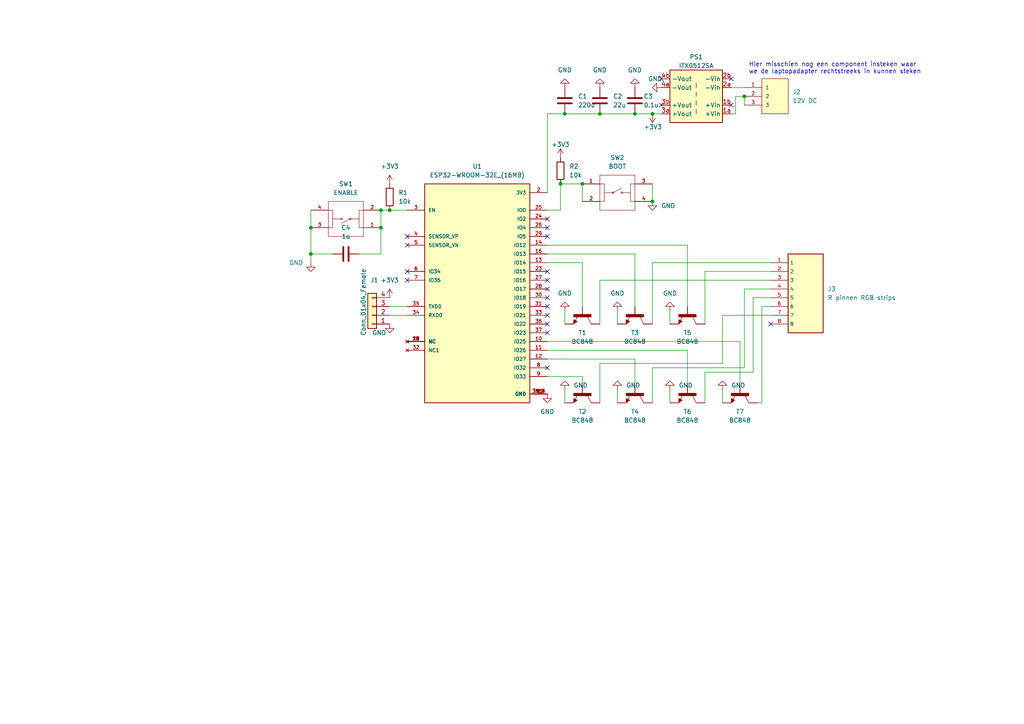
<source format=kicad_sch>
(kicad_sch (version 20211123) (generator eeschema)
  (paper "A4")
  (lib_symbols
    (symbol "1825910-6:1825910-6" (pin_names (offset 1.016) hide)
      (property "Reference" "SW" (at -5.08 5.842 0))
      (property "Value" "1825910-6" (at -5.08 -7.62 0))
      (symbol "1825910-6_0_0"
        (circle (center -1.27 0) (radius 0.254) (stroke (width 0.127)))
        (polyline (pts (xy -5.08 -5.08) (xy 5.08 -5.08)) (stroke (width 0.127)))
        (polyline (pts (xy -5.08 -2.54) (xy -5.08 -5.08)) (stroke (width 0.127)))
        (polyline (pts (xy -5.08 2.54) (xy -5.08 -2.54)) (stroke (width 0.127)))
        (polyline (pts (xy -5.08 2.54) (xy -3.81 2.54)) (stroke (width 0.127)))
        (polyline (pts (xy -5.08 5.08) (xy -5.08 2.54)) (stroke (width 0.127)))
        (polyline (pts (xy -5.08 5.08) (xy 5.08 5.08)) (stroke (width 0.127)))
        (polyline (pts (xy -3.81 -2.54) (xy -5.08 -2.54)) (stroke (width 0.127)))
        (polyline (pts (xy -3.81 0) (xy -3.81 -2.54)) (stroke (width 0.127)))
        (polyline (pts (xy -3.81 0) (xy -1.27 0)) (stroke (width 0.127)))
        (polyline (pts (xy -3.81 2.54) (xy -3.81 0)) (stroke (width 0.127)))
        (polyline (pts (xy -1.27 0) (xy 1.27 1.27)) (stroke (width 0.127)))
        (polyline (pts (xy 1.27 0) (xy 3.81 0)) (stroke (width 0.127)))
        (polyline (pts (xy 3.81 -2.54) (xy 5.08 -2.54)) (stroke (width 0.127)))
        (polyline (pts (xy 3.81 0) (xy 3.81 -2.54)) (stroke (width 0.127)))
        (polyline (pts (xy 3.81 0) (xy 3.81 2.54)) (stroke (width 0.127)))
        (polyline (pts (xy 3.81 2.54) (xy 5.08 2.54)) (stroke (width 0.127)))
        (polyline (pts (xy 5.08 -2.54) (xy 5.08 -5.08)) (stroke (width 0.127)))
        (polyline (pts (xy 5.08 2.54) (xy 5.08 -2.54)) (stroke (width 0.127)))
        (polyline (pts (xy 5.08 5.08) (xy 5.08 2.54)) (stroke (width 0.127)))
        (circle (center 1.27 0) (radius 0.254) (stroke (width 0.127)))
        (pin passive line (at -10.16 2.54 0) (length 5.08) (name "~") (number "1"))
        (pin passive line (at -10.16 -2.54 0) (length 5.08) (name "~") (number "2"))
        (pin passive line (at 10.16 2.54 180) (length 5.08) (name "~") (number "3"))
        (pin passive line (at 10.16 -2.54 180) (length 5.08) (name "~") (number "4"))
      )
    )
    (symbol "282841-3:282841-3" (pin_names (offset 1.016))
      (property "Reference" "J" (at -2.286 5.842 0))
      (property "Value" "282841-3" (at -2.54 -7.6454 0))
      (symbol "282841-3_0_0"
        (rectangle (start -2.54 -5.08) (end 5.08 5.08) (stroke (width 0.1524)) (fill (type background)))
        (pin passive line (at 10.16 2.54 180) (length 5.08) (name "1") (number "1"))
        (pin passive line (at 10.16 0 180) (length 5.08) (name "2") (number "2"))
        (pin passive line (at 10.16 -2.54 180) (length 5.08) (name "3") (number "3"))
      )
    )
    (symbol "282841-5:8_pin_connector"
      (property "Reference" "U" (at -5.08 12.7 0))
      (property "Value" "8_pin_connector" (at 0 -13.97 0))
      (symbol "8_pin_connector_0_0"
        (pin passive line (at -10.16 8.89 0) (length 5.08) (name "1") (number "1"))
        (pin passive line (at -10.16 6.35 0) (length 5.08) (name "2") (number "2"))
        (pin passive line (at -10.16 3.81 0) (length 5.08) (name "3") (number "3"))
        (pin passive line (at -10.16 1.27 0) (length 5.08) (name "4") (number "4"))
        (pin passive line (at -10.16 -1.27 0) (length 5.08) (name "5") (number "5"))
        (pin passive line (at -10.16 -3.81 0) (length 5.08) (name "6") (number "6"))
        (pin passive line (at -10.16 -6.35 0) (length 5.08) (name "7") (number "7"))
        (pin passive line (at -10.16 -8.89 0) (length 5.08) (name "8") (number "8"))
      )
      (symbol "8_pin_connector_0_1"
        (rectangle (start -5.08 11.43) (end 5.08 -11.43))
        (rectangle (start -5.08 11.43) (end 5.08 -11.43) (fill (type background)))
        (polyline (pts (xy -5.08 11.43) (xy -5.08 -11.43) (xy 5.08 -11.43) (xy 5.08 11.43) (xy -5.08 11.43)) (stroke (width 0.254)))
      )
    )
    (symbol "BC848:BC848" (pin_numbers hide) (pin_names (offset 1.016) hide)
      (property "Reference" "T" (at -10.1854 7.6454 0))
      (property "Value" "BC848" (at -10.16 5.08 0))
      (symbol "BC848_0_0"
        (rectangle (start -0.254 -2.54) (end 0.508 2.54) (fill (type outline)))
        (polyline (pts (xy 1.27 -2.54) (xy 1.778 -1.524)) (stroke (width 0.1524)))
        (polyline (pts (xy 1.524 -2.413) (xy 2.286 -2.413)) (stroke (width 0.254)))
        (polyline (pts (xy 1.524 -2.286) (xy 1.905 -2.286)) (stroke (width 0.254)))
        (polyline (pts (xy 1.5494 -2.032) (xy 0.3048 -1.4224)) (stroke (width 0.1524)))
        (polyline (pts (xy 1.778 -1.778) (xy 1.524 -2.286)) (stroke (width 0.254)))
        (polyline (pts (xy 1.778 -1.524) (xy 2.54 -2.54)) (stroke (width 0.1524)))
        (polyline (pts (xy 1.905 -2.286) (xy 1.778 -2.032)) (stroke (width 0.254)))
        (polyline (pts (xy 2.286 -2.413) (xy 1.778 -1.778)) (stroke (width 0.254)))
        (polyline (pts (xy 2.54 -2.54) (xy 1.27 -2.54)) (stroke (width 0.1524)))
        (polyline (pts (xy 2.54 2.54) (xy 0.508 1.524)) (stroke (width 0.1524)))
        (pin passive line (at -2.54 0 0) (length 2.54) (name "~") (number "1"))
        (pin passive line (at 2.54 -5.08 90) (length 2.54) (name "~") (number "2"))
        (pin passive line (at 2.54 5.08 270) (length 2.54) (name "~") (number "3"))
      )
    )
    (symbol "Connector_Generic:Conn_01x04" (pin_names (offset 1.016) hide)
      (property "Reference" "J" (at 0 5.08 0))
      (property "Value" "Conn_01x04" (at 0 -7.62 0))
      (symbol "Conn_01x04_1_1"
        (rectangle (start -1.27 -4.953) (end 0 -5.207) (stroke (width 0.1524)))
        (rectangle (start -1.27 -2.413) (end 0 -2.667) (stroke (width 0.1524)))
        (rectangle (start -1.27 0.127) (end 0 -0.127) (stroke (width 0.1524)))
        (rectangle (start -1.27 2.667) (end 0 2.413) (stroke (width 0.1524)))
        (rectangle (start -1.27 3.81) (end 1.27 -6.35) (stroke (width 0.254)) (fill (type background)))
        (pin passive line (at -5.08 2.54 0) (length 3.81) (name "Pin_1") (number "1"))
        (pin passive line (at -5.08 0 0) (length 3.81) (name "Pin_2") (number "2"))
        (pin passive line (at -5.08 -2.54 0) (length 3.81) (name "Pin_3") (number "3"))
        (pin passive line (at -5.08 -5.08 0) (length 3.81) (name "Pin_4") (number "4"))
      )
    )
    (symbol "Converter_DCDC:ITX0512SA"
      (property "Reference" "PS1" (at 0 -11.43 0))
      (property "Value" "ITX0512SA" (at 0 -8.89 0))
      (symbol "ITX0512SA_0_0"
        (pin power_in line (at -10.16 5.08 0) (length 2.54) (name "+Vin") (number "1a"))
        (pin power_in line (at -10.16 2.54 0) (length 2.54) (name "+Vin") (number "1b"))
        (pin power_in line (at -10.16 -2.54 0) (length 2.54) (name "-Vin") (number "2a"))
        (pin power_in line (at -10.16 -5.08 0) (length 2.54) (name "-Vin") (number "2b"))
        (pin power_out line (at 10.16 5.08 180) (length 2.54) (name "+Vout") (number "3a"))
        (pin power_out line (at 10.16 2.54 180) (length 2.54) (name "+Vout") (number "3b"))
        (pin power_out line (at 10.16 -2.54 180) (length 2.54) (name "-Vout") (number "4a"))
        (pin power_out line (at 10.16 -5.08 180) (length 2.54) (name "-Vout") (number "4b"))
      )
      (symbol "ITX0512SA_0_1"
        (rectangle (start -7.62 7.62) (end 7.62 -7.62) (stroke (width 0.254)) (fill (type background)))
        (polyline (pts (xy 0 -2.54) (xy 0 -3.81)))
        (polyline (pts (xy 0 0) (xy 0 -1.27)))
        (polyline (pts (xy 0 2.54) (xy 0 1.27)))
        (polyline (pts (xy 0 5.08) (xy 0 3.81)))
      )
    )
    (symbol "Device:C" (pin_numbers hide) (pin_names (offset 0.254))
      (property "Reference" "C" (at 0.635 2.54 0))
      (property "Value" "C" (at 0.635 -2.54 0))
      (symbol "C_0_1"
        (polyline (pts (xy -2.032 -0.762) (xy 2.032 -0.762)) (stroke (width 0.508)))
        (polyline (pts (xy -2.032 0.762) (xy 2.032 0.762)) (stroke (width 0.508)))
      )
      (symbol "C_1_1"
        (pin passive line (at 0 3.81 270) (length 2.794) (name "~") (number "1"))
        (pin passive line (at 0 -3.81 90) (length 2.794) (name "~") (number "2"))
      )
    )
    (symbol "Device:R" (pin_numbers hide) (pin_names (offset 0))
      (property "Reference" "R" (at 2.032 0 90))
      (property "Value" "R" (at 0 0 90))
      (symbol "R_0_1"
        (rectangle (start -1.016 -2.54) (end 1.016 2.54) (stroke (width 0.254)))
      )
      (symbol "R_1_1"
        (pin passive line (at 0 3.81 270) (length 1.27) (name "~") (number "1"))
        (pin passive line (at 0 -3.81 90) (length 1.27) (name "~") (number "2"))
      )
    )
    (symbol "ESP32-WROOM-32E__16MB_:ESP32-WROOM-32E_(16MB)" (pin_names (offset 1.016))
      (property "Reference" "U" (at -15.24 33.909 0))
      (property "Value" "ESP32-WROOM-32E_(16MB)" (at -15.24 -33.02 0))
      (symbol "ESP32-WROOM-32E_(16MB)_0_0"
        (rectangle (start -15.24 -30.48) (end 15.24 33.02) (stroke (width 0.254)) (fill (type background)))
        (pin power_in line (at 20.32 -27.94 180) (length 5.08) (name "GND") (number "1"))
        (pin bidirectional line (at 20.32 -12.7 180) (length 5.08) (name "IO25") (number "10"))
        (pin bidirectional line (at 20.32 -15.24 180) (length 5.08) (name "IO26") (number "11"))
        (pin bidirectional line (at 20.32 -17.78 180) (length 5.08) (name "IO27") (number "12"))
        (pin bidirectional line (at 20.32 10.16 180) (length 5.08) (name "IO14") (number "13"))
        (pin bidirectional line (at 20.32 15.24 180) (length 5.08) (name "IO12") (number "14"))
        (pin power_in line (at 20.32 -27.94 180) (length 5.08) (name "GND") (number "15"))
        (pin bidirectional line (at 20.32 12.7 180) (length 5.08) (name "IO13") (number "16"))
        (pin no_connect line (at -20.32 -12.7 0) (length 5.08) (name "NC") (number "17"))
        (pin no_connect line (at -20.32 -12.7 0) (length 5.08) (name "NC") (number "18"))
        (pin no_connect line (at -20.32 -12.7 0) (length 5.08) (name "NC") (number "19"))
        (pin power_in line (at 20.32 30.48 180) (length 5.08) (name "3V3") (number "2"))
        (pin no_connect line (at -20.32 -12.7 0) (length 5.08) (name "NC") (number "20"))
        (pin no_connect line (at -20.32 -12.7 0) (length 5.08) (name "NC") (number "21"))
        (pin no_connect line (at -20.32 -12.7 0) (length 5.08) (name "NC") (number "22"))
        (pin bidirectional line (at 20.32 7.62 180) (length 5.08) (name "IO15") (number "23"))
        (pin bidirectional line (at 20.32 22.86 180) (length 5.08) (name "IO2") (number "24"))
        (pin bidirectional line (at 20.32 25.4 180) (length 5.08) (name "IO0") (number "25"))
        (pin bidirectional line (at 20.32 20.32 180) (length 5.08) (name "IO4") (number "26"))
        (pin bidirectional line (at 20.32 5.08 180) (length 5.08) (name "IO16") (number "27"))
        (pin bidirectional line (at 20.32 2.54 180) (length 5.08) (name "IO17") (number "28"))
        (pin bidirectional line (at 20.32 17.78 180) (length 5.08) (name "IO5") (number "29"))
        (pin input line (at -20.32 25.4 0) (length 5.08) (name "EN") (number "3"))
        (pin bidirectional line (at 20.32 0 180) (length 5.08) (name "IO18") (number "30"))
        (pin bidirectional line (at 20.32 -2.54 180) (length 5.08) (name "IO19") (number "31"))
        (pin no_connect line (at -20.32 -15.24 0) (length 5.08) (name "NC1") (number "32"))
        (pin bidirectional line (at 20.32 -5.08 180) (length 5.08) (name "IO21") (number "33"))
        (pin bidirectional line (at -20.32 -5.08 0) (length 5.08) (name "RXD0") (number "34"))
        (pin bidirectional line (at -20.32 -2.54 0) (length 5.08) (name "TXD0") (number "35"))
        (pin bidirectional line (at 20.32 -7.62 180) (length 5.08) (name "IO22") (number "36"))
        (pin bidirectional line (at 20.32 -10.16 180) (length 5.08) (name "IO23") (number "37"))
        (pin power_in line (at 20.32 -27.94 180) (length 5.08) (name "GND") (number "38"))
        (pin power_in line (at 20.32 -27.94 180) (length 5.08) (name "GND") (number "39_1"))
        (pin power_in line (at 20.32 -27.94 180) (length 5.08) (name "GND") (number "39_2"))
        (pin power_in line (at 20.32 -27.94 180) (length 5.08) (name "GND") (number "39_3"))
        (pin power_in line (at 20.32 -27.94 180) (length 5.08) (name "GND") (number "39_4"))
        (pin power_in line (at 20.32 -27.94 180) (length 5.08) (name "GND") (number "39_5"))
        (pin power_in line (at 20.32 -27.94 180) (length 5.08) (name "GND") (number "39_6"))
        (pin power_in line (at 20.32 -27.94 180) (length 5.08) (name "GND") (number "39_7"))
        (pin power_in line (at 20.32 -27.94 180) (length 5.08) (name "GND") (number "39_8"))
        (pin power_in line (at 20.32 -27.94 180) (length 5.08) (name "GND") (number "39_9"))
        (pin input line (at -20.32 17.78 0) (length 5.08) (name "SENSOR_VP") (number "4"))
        (pin input line (at -20.32 15.24 0) (length 5.08) (name "SENSOR_VN") (number "5"))
        (pin input line (at -20.32 7.62 0) (length 5.08) (name "IO34") (number "6"))
        (pin input line (at -20.32 5.08 0) (length 5.08) (name "IO35") (number "7"))
        (pin bidirectional line (at 20.32 -20.32 180) (length 5.08) (name "IO32") (number "8"))
        (pin bidirectional line (at 20.32 -22.86 180) (length 5.08) (name "IO33") (number "9"))
      )
    )
    (symbol "power:+3V3" (power) (pin_names (offset 0))
      (property "Value" "+3V3" (at 0 3.556 0))
      (symbol "+3V3_0_1"
        (polyline (pts (xy -0.762 1.27) (xy 0 2.54)))
        (polyline (pts (xy 0 0) (xy 0 2.54)))
        (polyline (pts (xy 0 2.54) (xy 0.762 1.27)))
      )
      (symbol "+3V3_1_1"
        (pin power_in line (at 0 0 90) (length 0) hide (name "+3V3") (number "1"))
      )
    )
    (symbol "power:GND" (power) (pin_names (offset 0))
      (property "Value" "GND" (at 0 -3.81 0))
      (symbol "GND_0_1"
        (polyline (pts (xy 0 0) (xy 0 -1.27) (xy 1.27 -1.27) (xy 0 -2.54) (xy -1.27 -1.27) (xy 0 -1.27)))
      )
      (symbol "GND_1_1"
        (pin power_in line (at 0 0 270) (length 0) hide (name "GND") (number "1"))
      )
    )
  )
  (junction (at 189.23 58.42))
  (junction (at 173.99 33.02))
  (junction (at 110.49 60.96))
  (junction (at 189.23 33.02))
  (junction (at 215.9 27.94))
  (junction (at 110.49 66.04))
  (junction (at 163.83 33.02))
  (junction (at 162.56 53.34))
  (junction (at 184.15 33.02))
  (junction (at 90.17 73.66))
  (junction (at 168.91 53.34))
  (junction (at 113.03 60.96))
  (junction (at 90.17 66.04))
  (no_connect (at 191.77 30.48))
  (no_connect (at 212.09 22.86))
  (no_connect (at 191.77 22.86))
  (no_connect (at 212.09 30.48))
  (no_connect (at 223.52 93.98))
  (no_connect (at 118.11 78.74))
  (no_connect (at 118.11 81.28))
  (no_connect (at 118.11 68.58))
  (no_connect (at 118.11 71.12))
  (no_connect (at 158.75 88.9))
  (no_connect (at 158.75 91.44))
  (no_connect (at 158.75 93.98))
  (no_connect (at 158.75 96.52))
  (no_connect (at 158.75 106.68))
  (no_connect (at 158.75 81.28))
  (no_connect (at 158.75 86.36))
  (no_connect (at 158.75 78.74))
  (no_connect (at 158.75 83.82))
  (no_connect (at 158.75 66.04))
  (no_connect (at 158.75 68.58))
  (no_connect (at 158.75 63.5))
  (wire (pts (xy 215.9 106.68) (xy 215.9 83.82)))
  (wire (pts (xy 158.75 60.96) (xy 162.56 60.96)))
  (wire (pts (xy 189.23 106.68) (xy 215.9 106.68)))
  (wire (pts (xy 173.99 116.84) (xy 173.99 105.41)))
  (wire (pts (xy 162.56 53.34) (xy 162.56 60.96)))
  (wire (pts (xy 90.17 73.66) (xy 90.17 76.2)))
  (wire (pts (xy 184.15 104.14) (xy 184.15 111.76)))
  (wire (pts (xy 173.99 81.28) (xy 223.52 81.28)))
  (wire (pts (xy 90.17 66.04) (xy 90.17 60.96)))
  (wire (pts (xy 110.49 73.66) (xy 110.49 66.04)))
  (wire (pts (xy 163.83 33.02) (xy 173.99 33.02)))
  (wire (pts (xy 168.91 109.22) (xy 168.91 111.76)))
  (wire (pts (xy 194.31 90.17) (xy 194.31 93.98)))
  (wire (pts (xy 162.56 53.34) (xy 168.91 53.34)))
  (wire (pts (xy 179.07 90.17) (xy 179.07 93.98)))
  (wire (pts (xy 220.98 88.9) (xy 223.52 88.9)))
  (wire (pts (xy 189.23 33.02) (xy 184.15 33.02)))
  (wire (pts (xy 168.91 53.34) (xy 168.91 58.42)))
  (wire (pts (xy 113.03 88.9) (xy 118.11 88.9)))
  (wire (pts (xy 189.23 116.84) (xy 189.23 106.68)))
  (wire (pts (xy 158.75 76.2) (xy 168.91 76.2)))
  (wire (pts (xy 214.63 99.06) (xy 214.63 111.76)))
  (wire (pts (xy 218.44 107.95) (xy 218.44 86.36)))
  (wire (pts (xy 199.39 71.12) (xy 199.39 88.9)))
  (wire (pts (xy 90.17 73.66) (xy 96.52 73.66)))
  (wire (pts (xy 204.47 78.74) (xy 223.52 78.74)))
  (wire (pts (xy 212.09 33.02) (xy 213.36 33.02)))
  (wire (pts (xy 194.31 113.03) (xy 194.31 116.84)))
  (wire (pts (xy 173.99 105.41) (xy 209.55 105.41)))
  (wire (pts (xy 158.75 73.66) (xy 184.15 73.66)))
  (wire (pts (xy 212.09 25.4) (xy 215.9 25.4)))
  (wire (pts (xy 168.91 76.2) (xy 168.91 88.9)))
  (wire (pts (xy 113.03 91.44) (xy 118.11 91.44)))
  (wire (pts (xy 158.75 71.12) (xy 199.39 71.12)))
  (wire (pts (xy 220.98 116.84) (xy 220.98 88.9)))
  (wire (pts (xy 209.55 113.03) (xy 209.55 116.84)))
  (wire (pts (xy 173.99 33.02) (xy 184.15 33.02)))
  (wire (pts (xy 158.75 109.22) (xy 168.91 109.22)))
  (wire (pts (xy 158.75 33.02) (xy 163.83 33.02)))
  (wire (pts (xy 191.77 33.02) (xy 189.23 33.02)))
  (wire (pts (xy 209.55 105.41) (xy 209.55 91.44)))
  (wire (pts (xy 218.44 86.36) (xy 223.52 86.36)))
  (wire (pts (xy 158.75 33.02) (xy 158.75 55.88)))
  (wire (pts (xy 189.23 76.2) (xy 223.52 76.2)))
  (wire (pts (xy 215.9 27.94) (xy 215.9 30.48)))
  (wire (pts (xy 209.55 91.44) (xy 223.52 91.44)))
  (wire (pts (xy 110.49 66.04) (xy 110.49 60.96)))
  (wire (pts (xy 179.07 113.03) (xy 179.07 116.84)))
  (wire (pts (xy 199.39 101.6) (xy 199.39 111.76)))
  (wire (pts (xy 213.36 33.02) (xy 213.36 27.94)))
  (wire (pts (xy 204.47 116.84) (xy 204.47 107.95)))
  (wire (pts (xy 204.47 93.98) (xy 204.47 78.74)))
  (wire (pts (xy 110.49 60.96) (xy 113.03 60.96)))
  (wire (pts (xy 204.47 107.95) (xy 218.44 107.95)))
  (wire (pts (xy 104.14 73.66) (xy 110.49 73.66)))
  (wire (pts (xy 189.23 93.98) (xy 189.23 76.2)))
  (wire (pts (xy 213.36 27.94) (xy 215.9 27.94)))
  (wire (pts (xy 158.75 104.14) (xy 184.15 104.14)))
  (wire (pts (xy 184.15 73.66) (xy 184.15 88.9)))
  (wire (pts (xy 163.83 90.17) (xy 163.83 93.98)))
  (wire (pts (xy 158.75 101.6) (xy 199.39 101.6)))
  (wire (pts (xy 219.71 116.84) (xy 220.98 116.84)))
  (wire (pts (xy 163.83 113.03) (xy 163.83 116.84)))
  (wire (pts (xy 215.9 83.82) (xy 223.52 83.82)))
  (wire (pts (xy 189.23 53.34) (xy 189.23 58.42)))
  (wire (pts (xy 158.75 99.06) (xy 214.63 99.06)))
  (wire (pts (xy 173.99 93.98) (xy 173.99 81.28)))
  (wire (pts (xy 90.17 66.04) (xy 90.17 73.66)))
  (wire (pts (xy 113.03 60.96) (xy 118.11 60.96)))
  (text "Hier misschien nog een component insteken waar \nwe de laptopadapter rechtstreeks in kunnen steken\n" (at 217.17 21.59 0) (effects (font (size 1.27 1.27)) (justify left bottom)))
  (symbol (lib_id "power:GND") (at 184.15 25.4 180) (unit 1)
    (property "Reference" "#PWR010" (effects hide))
    (property "Value" "GND" (at 184.15 20.32 0))
  )
  (symbol (lib_id "Device:R") (at 113.03 57.15 0) (unit 1)
    (property "Reference" "R1" (at 115.57 55.8799 0) (effects (justify left)))
    (property "Value" "10k" (at 115.57 58.4199 0) (effects (justify left)))
    (property "Footprint" "Resistor_SMD:R_0805_2012Metric" (effects hide))
  )
  (symbol (lib_id "power:+3V3") (at 113.03 86.36 0) (unit 1)
    (property "Reference" "#PWR0102" (effects hide))
    (property "Value" "+3V3" (at 113.03 81.28 0))
  )
  (symbol (lib_id "BC848:BC848") (at 168.91 91.44 270) (unit 1)
    (property "Reference" "T1" (at 168.91 96.52 90))
    (property "Value" "BC848" (at 168.91 99.06 90))
    (property "Footprint" "libraries:SOT23" (effects hide))
  )
  (symbol (lib_id "power:GND") (at 189.23 58.42 0) (unit 1)
    (property "Reference" "#PWR0101" (effects hide))
    (property "Value" "GND" (at 191.77 59.6899 0) (effects (justify left)))
  )
  (symbol (lib_id "282841-5:8_pin_connector") (at 233.68 85.09 0) (unit 1)
    (property "Reference" "J3" (at 240.03 83.8199 0) (effects (justify left)))
    (property "Value" "R pinnen RGB strips" (at 240.03 86.3599 0) (effects (justify left)))
    (property "Footprint" "libraries:TE_282841-8" (effects hide))
  )
  (symbol (lib_id "ESP32-WROOM-32E__16MB_:ESP32-WROOM-32E_(16MB)") (at 138.43 86.36 0) (unit 1)
    (property "Reference" "U1" (at 138.43 48.26 0))
    (property "Value" "ESP32-WROOM-32E_(16MB)" (at 138.43 50.8 0))
    (property "Footprint" "libraries:XCVR_ESP32-WROOM-32E_(16MB)" (effects hide))
    (property "PARTREV" "1.4" (effects hide))
    (property "STANDARD" "Manufacturer Recommendations" (effects hide))
    (property "MAXIMUM_PACKAGE_HEIGHT" "3.25mm" (effects hide))
    (property "MANUFACTURER" "Espressif Systems" (effects hide))
  )
  (symbol (lib_id "1825910-6:1825910-6") (at 179.07 55.88 0) (unit 1)
    (property "Reference" "SW2" (at 179.07 45.72 0))
    (property "Value" "BOOT" (at 179.07 48.26 0))
    (property "Footprint" "libraries:SW_1825910-6-4" (effects hide))
    (property "Comment" "1825910-6" (effects hide))
  )
  (symbol (lib_id "BC848:BC848") (at 199.39 114.3 270) (unit 1)
    (property "Reference" "T6" (at 199.39 119.38 90))
    (property "Value" "BC848" (at 199.39 121.92 90))
    (property "Footprint" "libraries:SOT23" (effects hide))
  )
  (symbol (lib_id "power:+3V3") (at 162.56 45.72 0) (unit 1)
    (property "Reference" "#PWR0106" (effects hide))
    (property "Value" "+3V3" (at 162.56 41.91 0))
  )
  (symbol (lib_id "Connector_Generic:Conn_01x04") (at 107.95 91.44 180) (unit 1)
    (property "Reference" "J1" (at 108.585 81.28 0))
    (property "Value" "Conn_01x04_Female" (at 105.41 87.63 90))
    (property "Footprint" "Connector_PinHeader_2.54mm:PinHeader_1x04_P2.54mm_Vertical" (effects hide))
  )
  (symbol (lib_id "Device:C") (at 173.99 29.21 180) (unit 1)
    (property "Reference" "C2" (at 177.8 27.9399 0) (effects (justify right)))
    (property "Value" "22u" (at 177.8 30.4799 0) (effects (justify right)))
    (property "Footprint" "Capacitor_SMD:C_0805_2012Metric" (effects hide))
  )
  (symbol (lib_id "power:GND") (at 209.55 113.03 180) (unit 1)
    (property "Reference" "#PWR014" (effects hide))
    (property "Value" "GND" (at 212.09 111.7599 0) (effects (justify right)))
  )
  (symbol (lib_id "power:GND") (at 113.03 93.98 0) (unit 1)
    (property "Reference" "#PWR0103" (effects hide))
    (property "Value" "GND" (at 107.95 96.52 0) (effects (justify left)))
  )
  (symbol (lib_id "power:+3V3") (at 113.03 53.34 0) (unit 1)
    (property "Reference" "#PWR0107" (effects hide))
    (property "Value" "+3V3" (at 113.03 48.26 0))
  )
  (symbol (lib_id "power:GND") (at 194.31 90.17 180) (unit 1)
    (property "Reference" "#PWR011" (effects hide))
    (property "Value" "GND" (at 194.31 85.09 0))
  )
  (symbol (lib_id "power:GND") (at 179.07 90.17 180) (unit 1)
    (property "Reference" "#PWR08" (effects hide))
    (property "Value" "GND" (at 179.07 85.09 0))
  )
  (symbol (lib_id "power:GND") (at 163.83 113.03 180) (unit 1)
    (property "Reference" "#PWR05" (effects hide))
    (property "Value" "GND" (at 166.37 111.7599 0) (effects (justify right)))
  )
  (symbol (lib_id "power:GND") (at 158.75 114.3 0) (unit 1)
    (property "Reference" "#PWR02" (effects hide))
    (property "Value" "GND" (at 158.75 119.38 0))
  )
  (symbol (lib_id "Converter_DCDC:ITX0512SA") (at 201.93 27.94 180) (unit 1)
    (property "Reference" "PS1" (at 201.93 16.51 0))
    (property "Value" "ITX0512SA" (at 201.93 19.05 0))
    (property "Footprint" "libraries:Buck Converter" (effects hide))
  )
  (symbol (lib_id "BC848:BC848") (at 184.15 114.3 270) (unit 1)
    (property "Reference" "T4" (at 184.15 119.38 90))
    (property "Value" "BC848" (at 184.15 121.92 90))
    (property "Footprint" "libraries:SOT23" (effects hide))
  )
  (symbol (lib_id "power:GND") (at 173.99 25.4 180) (unit 1)
    (property "Reference" "#PWR07" (effects hide))
    (property "Value" "GND" (at 173.99 20.32 0))
  )
  (symbol (lib_id "power:+3V3") (at 189.23 33.02 180) (unit 1)
    (property "Reference" "#PWR0104" (effects hide))
    (property "Value" "+3V3" (at 186.69 36.83 0) (effects (justify right)))
  )
  (symbol (lib_id "BC848:BC848") (at 199.39 91.44 270) (unit 1)
    (property "Reference" "T5" (at 199.39 96.52 90))
    (property "Value" "BC848" (at 199.39 99.06 90))
    (property "Footprint" "libraries:SOT23" (effects hide))
  )
  (symbol (lib_id "282841-3:282841-3") (at 226.06 27.94 0) (mirror y) (unit 1)
    (property "Reference" "J2" (at 229.87 26.6699 0) (effects (justify right)))
    (property "Value" "12V DC" (at 229.87 29.2099 0) (effects (justify right)))
    (property "Footprint" "libraries:TE_282841-3" (effects hide))
    (property "Comment" "282841-3" (effects hide))
    (property "EU_RoHS_Compliance" "Compliant with Exemptions" (effects hide))
  )
  (symbol (lib_id "BC848:BC848") (at 214.63 114.3 270) (unit 1)
    (property "Reference" "T7" (at 214.63 119.38 90))
    (property "Value" "BC848" (at 214.63 121.92 90))
    (property "Footprint" "libraries:SOT23" (effects hide))
  )
  (symbol (lib_id "Device:C") (at 184.15 29.21 180) (unit 1)
    (property "Reference" "C3" (at 186.69 27.94 0) (effects (justify right)))
    (property "Value" "0.1u" (at 186.69 30.48 0) (effects (justify right)))
    (property "Footprint" "Capacitor_SMD:C_0805_2012Metric" (effects hide))
  )
  (symbol (lib_id "Device:R") (at 162.56 49.53 0) (unit 1)
    (property "Reference" "R2" (at 165.1 48.2599 0) (effects (justify left)))
    (property "Value" "10k" (at 165.1 50.7999 0) (effects (justify left)))
    (property "Footprint" "Resistor_SMD:R_0805_2012Metric" (effects hide))
  )
  (symbol (lib_id "BC848:BC848") (at 168.91 114.3 270) (unit 1)
    (property "Reference" "T2" (at 168.91 119.38 90))
    (property "Value" "BC848" (at 168.91 121.92 90))
    (property "Footprint" "libraries:SOT23" (effects hide))
  )
  (symbol (lib_id "Device:C") (at 163.83 29.21 180) (unit 1)
    (property "Reference" "C1" (at 167.64 27.9399 0) (effects (justify right)))
    (property "Value" "220u" (at 167.64 30.4799 0) (effects (justify right)))
    (property "Footprint" "Capacitor_SMD:C_0805_2012Metric" (effects hide))
  )
  (symbol (lib_id "power:GND") (at 191.77 25.4 270) (unit 1)
    (property "Reference" "#PWR0105" (effects hide))
    (property "Value" "GND" (at 187.96 22.86 90) (effects (justify left)))
  )
  (symbol (lib_id "power:GND") (at 163.83 90.17 180) (unit 1)
    (property "Reference" "#PWR04" (effects hide))
    (property "Value" "GND" (at 163.83 85.09 0))
  )
  (symbol (lib_id "BC848:BC848") (at 184.15 91.44 270) (unit 1)
    (property "Reference" "T3" (at 184.15 96.52 90))
    (property "Value" "BC848" (at 184.15 99.06 90))
    (property "Footprint" "libraries:SOT23" (effects hide))
  )
  (symbol (lib_id "power:GND") (at 194.31 113.03 180) (unit 1)
    (property "Reference" "#PWR012" (effects hide))
    (property "Value" "GND" (at 196.85 111.7599 0) (effects (justify right)))
  )
  (symbol (lib_id "power:GND") (at 90.17 76.2 0) (unit 1)
    (property "Reference" "#PWR0108" (effects hide))
    (property "Value" "GND" (at 83.82 76.2 0) (effects (justify left)))
  )
  (symbol (lib_id "power:GND") (at 163.83 25.4 180) (unit 1)
    (property "Reference" "#PWR03" (effects hide))
    (property "Value" "GND" (at 163.83 20.32 0))
  )
  (symbol (lib_id "power:GND") (at 179.07 113.03 180) (unit 1)
    (property "Reference" "#PWR09" (effects hide))
    (property "Value" "GND" (at 181.61 111.7599 0) (effects (justify right)))
  )
  (symbol (lib_id "Device:C") (at 100.33 73.66 90) (unit 1)
    (property "Reference" "C4" (at 100.33 66.04 90))
    (property "Value" "1u" (at 100.33 68.58 90))
    (property "Footprint" "Capacitor_SMD:C_0805_2012Metric" (effects hide))
  )
  (symbol (lib_id "1825910-6:1825910-6") (at 100.33 63.5 180) (unit 1)
    (property "Reference" "SW1" (at 100.33 53.34 0))
    (property "Value" "ENABLE" (at 100.33 55.88 0))
    (property "Footprint" "libraries:SW_1825910-6-4" (effects hide))
    (property "Comment" "1825910-6" (effects hide))
  )
)
</source>
